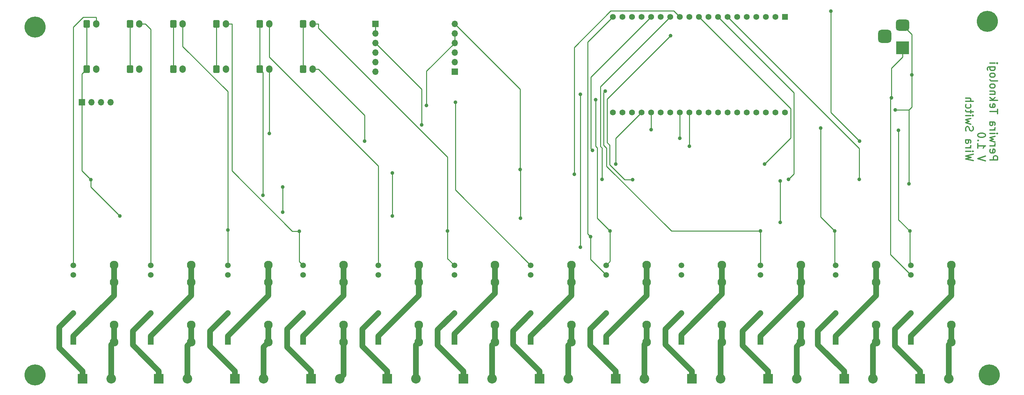
<source format=gbr>
%TF.GenerationSoftware,KiCad,Pcbnew,8.0.8-8.0.8-0~ubuntu24.04.1*%
%TF.CreationDate,2025-02-09T16:52:57+07:00*%
%TF.ProjectId,wemos32-12-channel-relays-ssr-rev-2,77656d6f-7333-4322-9d31-322d6368616e,1.0*%
%TF.SameCoordinates,Original*%
%TF.FileFunction,Copper,L2,Bot*%
%TF.FilePolarity,Positive*%
%FSLAX46Y46*%
G04 Gerber Fmt 4.6, Leading zero omitted, Abs format (unit mm)*
G04 Created by KiCad (PCBNEW 8.0.8-8.0.8-0~ubuntu24.04.1) date 2025-02-09 16:52:57*
%MOMM*%
%LPD*%
G01*
G04 APERTURE LIST*
G04 Aperture macros list*
%AMRoundRect*
0 Rectangle with rounded corners*
0 $1 Rounding radius*
0 $2 $3 $4 $5 $6 $7 $8 $9 X,Y pos of 4 corners*
0 Add a 4 corners polygon primitive as box body*
4,1,4,$2,$3,$4,$5,$6,$7,$8,$9,$2,$3,0*
0 Add four circle primitives for the rounded corners*
1,1,$1+$1,$2,$3*
1,1,$1+$1,$4,$5*
1,1,$1+$1,$6,$7*
1,1,$1+$1,$8,$9*
0 Add four rect primitives between the rounded corners*
20,1,$1+$1,$2,$3,$4,$5,0*
20,1,$1+$1,$4,$5,$6,$7,0*
20,1,$1+$1,$6,$7,$8,$9,0*
20,1,$1+$1,$8,$9,$2,$3,0*%
G04 Aperture macros list end*
%ADD10C,0.300000*%
%TA.AperFunction,NonConductor*%
%ADD11C,0.300000*%
%TD*%
%TA.AperFunction,ComponentPad*%
%ADD12RoundRect,0.250000X-0.600000X-0.750000X0.600000X-0.750000X0.600000X0.750000X-0.600000X0.750000X0*%
%TD*%
%TA.AperFunction,ComponentPad*%
%ADD13O,1.700000X2.000000*%
%TD*%
%TA.AperFunction,ComponentPad*%
%ADD14R,2.540000X2.540000*%
%TD*%
%TA.AperFunction,ComponentPad*%
%ADD15C,2.540000*%
%TD*%
%TA.AperFunction,ComponentPad*%
%ADD16R,1.700000X1.700000*%
%TD*%
%TA.AperFunction,ComponentPad*%
%ADD17O,1.700000X1.700000*%
%TD*%
%TA.AperFunction,ComponentPad*%
%ADD18C,5.600000*%
%TD*%
%TA.AperFunction,ComponentPad*%
%ADD19C,2.300000*%
%TD*%
%TA.AperFunction,ComponentPad*%
%ADD20R,1.508000X1.508000*%
%TD*%
%TA.AperFunction,ComponentPad*%
%ADD21C,1.508000*%
%TD*%
%TA.AperFunction,ComponentPad*%
%ADD22R,3.500000X3.500000*%
%TD*%
%TA.AperFunction,ComponentPad*%
%ADD23RoundRect,0.750000X-1.000000X0.750000X-1.000000X-0.750000X1.000000X-0.750000X1.000000X0.750000X0*%
%TD*%
%TA.AperFunction,ComponentPad*%
%ADD24RoundRect,0.875000X-0.875000X0.875000X-0.875000X-0.875000X0.875000X-0.875000X0.875000X0.875000X0*%
%TD*%
%TA.AperFunction,ComponentPad*%
%ADD25R,1.560000X1.560000*%
%TD*%
%TA.AperFunction,ComponentPad*%
%ADD26C,1.560000*%
%TD*%
%TA.AperFunction,ViaPad*%
%ADD27C,1.000000*%
%TD*%
%TA.AperFunction,Conductor*%
%ADD28C,0.254000*%
%TD*%
%TA.AperFunction,Conductor*%
%ADD29C,1.500000*%
%TD*%
G04 APERTURE END LIST*
D10*
D11*
X275700137Y-95826441D02*
X277700137Y-95826441D01*
X277700137Y-95826441D02*
X277700137Y-95064536D01*
X277700137Y-95064536D02*
X277604899Y-94874060D01*
X277604899Y-94874060D02*
X277509661Y-94778822D01*
X277509661Y-94778822D02*
X277319185Y-94683584D01*
X277319185Y-94683584D02*
X277033471Y-94683584D01*
X277033471Y-94683584D02*
X276842995Y-94778822D01*
X276842995Y-94778822D02*
X276747756Y-94874060D01*
X276747756Y-94874060D02*
X276652518Y-95064536D01*
X276652518Y-95064536D02*
X276652518Y-95826441D01*
X275795376Y-93064536D02*
X275700137Y-93255012D01*
X275700137Y-93255012D02*
X275700137Y-93635965D01*
X275700137Y-93635965D02*
X275795376Y-93826441D01*
X275795376Y-93826441D02*
X275985852Y-93921679D01*
X275985852Y-93921679D02*
X276747756Y-93921679D01*
X276747756Y-93921679D02*
X276938233Y-93826441D01*
X276938233Y-93826441D02*
X277033471Y-93635965D01*
X277033471Y-93635965D02*
X277033471Y-93255012D01*
X277033471Y-93255012D02*
X276938233Y-93064536D01*
X276938233Y-93064536D02*
X276747756Y-92969298D01*
X276747756Y-92969298D02*
X276557280Y-92969298D01*
X276557280Y-92969298D02*
X276366804Y-93921679D01*
X275700137Y-92112155D02*
X277033471Y-92112155D01*
X276652518Y-92112155D02*
X276842995Y-92016917D01*
X276842995Y-92016917D02*
X276938233Y-91921679D01*
X276938233Y-91921679D02*
X277033471Y-91731203D01*
X277033471Y-91731203D02*
X277033471Y-91540726D01*
X277033471Y-91064536D02*
X275700137Y-90683584D01*
X275700137Y-90683584D02*
X276652518Y-90302631D01*
X276652518Y-90302631D02*
X275700137Y-89921679D01*
X275700137Y-89921679D02*
X277033471Y-89540727D01*
X275700137Y-88778822D02*
X277033471Y-88778822D01*
X277700137Y-88778822D02*
X277604899Y-88874060D01*
X277604899Y-88874060D02*
X277509661Y-88778822D01*
X277509661Y-88778822D02*
X277604899Y-88683584D01*
X277604899Y-88683584D02*
X277700137Y-88778822D01*
X277700137Y-88778822D02*
X277509661Y-88778822D01*
X275700137Y-87826441D02*
X277033471Y-87826441D01*
X276652518Y-87826441D02*
X276842995Y-87731203D01*
X276842995Y-87731203D02*
X276938233Y-87635965D01*
X276938233Y-87635965D02*
X277033471Y-87445489D01*
X277033471Y-87445489D02*
X277033471Y-87255012D01*
X275700137Y-85731203D02*
X276747756Y-85731203D01*
X276747756Y-85731203D02*
X276938233Y-85826441D01*
X276938233Y-85826441D02*
X277033471Y-86016917D01*
X277033471Y-86016917D02*
X277033471Y-86397870D01*
X277033471Y-86397870D02*
X276938233Y-86588346D01*
X275795376Y-85731203D02*
X275700137Y-85921679D01*
X275700137Y-85921679D02*
X275700137Y-86397870D01*
X275700137Y-86397870D02*
X275795376Y-86588346D01*
X275795376Y-86588346D02*
X275985852Y-86683584D01*
X275985852Y-86683584D02*
X276176328Y-86683584D01*
X276176328Y-86683584D02*
X276366804Y-86588346D01*
X276366804Y-86588346D02*
X276462042Y-86397870D01*
X276462042Y-86397870D02*
X276462042Y-85921679D01*
X276462042Y-85921679D02*
X276557280Y-85731203D01*
X277700137Y-83540726D02*
X277700137Y-82397869D01*
X275700137Y-82969298D02*
X277700137Y-82969298D01*
X275795376Y-80969297D02*
X275700137Y-81159773D01*
X275700137Y-81159773D02*
X275700137Y-81540726D01*
X275700137Y-81540726D02*
X275795376Y-81731202D01*
X275795376Y-81731202D02*
X275985852Y-81826440D01*
X275985852Y-81826440D02*
X276747756Y-81826440D01*
X276747756Y-81826440D02*
X276938233Y-81731202D01*
X276938233Y-81731202D02*
X277033471Y-81540726D01*
X277033471Y-81540726D02*
X277033471Y-81159773D01*
X277033471Y-81159773D02*
X276938233Y-80969297D01*
X276938233Y-80969297D02*
X276747756Y-80874059D01*
X276747756Y-80874059D02*
X276557280Y-80874059D01*
X276557280Y-80874059D02*
X276366804Y-81826440D01*
X275700137Y-80016916D02*
X277700137Y-80016916D01*
X276462042Y-79826440D02*
X275700137Y-79255011D01*
X277033471Y-79255011D02*
X276271566Y-80016916D01*
X277033471Y-78397868D02*
X275700137Y-78397868D01*
X276842995Y-78397868D02*
X276938233Y-78302630D01*
X276938233Y-78302630D02*
X277033471Y-78112154D01*
X277033471Y-78112154D02*
X277033471Y-77826439D01*
X277033471Y-77826439D02*
X276938233Y-77635963D01*
X276938233Y-77635963D02*
X276747756Y-77540725D01*
X276747756Y-77540725D02*
X275700137Y-77540725D01*
X275700137Y-76302630D02*
X275795376Y-76493106D01*
X275795376Y-76493106D02*
X275890614Y-76588344D01*
X275890614Y-76588344D02*
X276081090Y-76683582D01*
X276081090Y-76683582D02*
X276652518Y-76683582D01*
X276652518Y-76683582D02*
X276842995Y-76588344D01*
X276842995Y-76588344D02*
X276938233Y-76493106D01*
X276938233Y-76493106D02*
X277033471Y-76302630D01*
X277033471Y-76302630D02*
X277033471Y-76016915D01*
X277033471Y-76016915D02*
X276938233Y-75826439D01*
X276938233Y-75826439D02*
X276842995Y-75731201D01*
X276842995Y-75731201D02*
X276652518Y-75635963D01*
X276652518Y-75635963D02*
X276081090Y-75635963D01*
X276081090Y-75635963D02*
X275890614Y-75731201D01*
X275890614Y-75731201D02*
X275795376Y-75826439D01*
X275795376Y-75826439D02*
X275700137Y-76016915D01*
X275700137Y-76016915D02*
X275700137Y-76302630D01*
X275700137Y-74493106D02*
X275795376Y-74683582D01*
X275795376Y-74683582D02*
X275985852Y-74778820D01*
X275985852Y-74778820D02*
X277700137Y-74778820D01*
X275700137Y-73445487D02*
X275795376Y-73635963D01*
X275795376Y-73635963D02*
X275890614Y-73731201D01*
X275890614Y-73731201D02*
X276081090Y-73826439D01*
X276081090Y-73826439D02*
X276652518Y-73826439D01*
X276652518Y-73826439D02*
X276842995Y-73731201D01*
X276842995Y-73731201D02*
X276938233Y-73635963D01*
X276938233Y-73635963D02*
X277033471Y-73445487D01*
X277033471Y-73445487D02*
X277033471Y-73159772D01*
X277033471Y-73159772D02*
X276938233Y-72969296D01*
X276938233Y-72969296D02*
X276842995Y-72874058D01*
X276842995Y-72874058D02*
X276652518Y-72778820D01*
X276652518Y-72778820D02*
X276081090Y-72778820D01*
X276081090Y-72778820D02*
X275890614Y-72874058D01*
X275890614Y-72874058D02*
X275795376Y-72969296D01*
X275795376Y-72969296D02*
X275700137Y-73159772D01*
X275700137Y-73159772D02*
X275700137Y-73445487D01*
X277033471Y-71064534D02*
X275414423Y-71064534D01*
X275414423Y-71064534D02*
X275223947Y-71159772D01*
X275223947Y-71159772D02*
X275128709Y-71255010D01*
X275128709Y-71255010D02*
X275033471Y-71445487D01*
X275033471Y-71445487D02*
X275033471Y-71731201D01*
X275033471Y-71731201D02*
X275128709Y-71921677D01*
X275795376Y-71064534D02*
X275700137Y-71255010D01*
X275700137Y-71255010D02*
X275700137Y-71635963D01*
X275700137Y-71635963D02*
X275795376Y-71826439D01*
X275795376Y-71826439D02*
X275890614Y-71921677D01*
X275890614Y-71921677D02*
X276081090Y-72016915D01*
X276081090Y-72016915D02*
X276652518Y-72016915D01*
X276652518Y-72016915D02*
X276842995Y-71921677D01*
X276842995Y-71921677D02*
X276938233Y-71826439D01*
X276938233Y-71826439D02*
X277033471Y-71635963D01*
X277033471Y-71635963D02*
X277033471Y-71255010D01*
X277033471Y-71255010D02*
X276938233Y-71064534D01*
X275700137Y-70112153D02*
X277033471Y-70112153D01*
X277700137Y-70112153D02*
X277604899Y-70207391D01*
X277604899Y-70207391D02*
X277509661Y-70112153D01*
X277509661Y-70112153D02*
X277604899Y-70016915D01*
X277604899Y-70016915D02*
X277700137Y-70112153D01*
X277700137Y-70112153D02*
X277509661Y-70112153D01*
X274480249Y-96112155D02*
X272480249Y-95445489D01*
X272480249Y-95445489D02*
X274480249Y-94778822D01*
X272480249Y-91540726D02*
X272480249Y-92683583D01*
X272480249Y-92112155D02*
X274480249Y-92112155D01*
X274480249Y-92112155D02*
X274194535Y-92302631D01*
X274194535Y-92302631D02*
X274004059Y-92493107D01*
X274004059Y-92493107D02*
X273908821Y-92683583D01*
X272670726Y-90683583D02*
X272575488Y-90588345D01*
X272575488Y-90588345D02*
X272480249Y-90683583D01*
X272480249Y-90683583D02*
X272575488Y-90778821D01*
X272575488Y-90778821D02*
X272670726Y-90683583D01*
X272670726Y-90683583D02*
X272480249Y-90683583D01*
X274480249Y-89350250D02*
X274480249Y-89159773D01*
X274480249Y-89159773D02*
X274385011Y-88969297D01*
X274385011Y-88969297D02*
X274289773Y-88874059D01*
X274289773Y-88874059D02*
X274099297Y-88778821D01*
X274099297Y-88778821D02*
X273718345Y-88683583D01*
X273718345Y-88683583D02*
X273242154Y-88683583D01*
X273242154Y-88683583D02*
X272861202Y-88778821D01*
X272861202Y-88778821D02*
X272670726Y-88874059D01*
X272670726Y-88874059D02*
X272575488Y-88969297D01*
X272575488Y-88969297D02*
X272480249Y-89159773D01*
X272480249Y-89159773D02*
X272480249Y-89350250D01*
X272480249Y-89350250D02*
X272575488Y-89540726D01*
X272575488Y-89540726D02*
X272670726Y-89635964D01*
X272670726Y-89635964D02*
X272861202Y-89731202D01*
X272861202Y-89731202D02*
X273242154Y-89826440D01*
X273242154Y-89826440D02*
X273718345Y-89826440D01*
X273718345Y-89826440D02*
X274099297Y-89731202D01*
X274099297Y-89731202D02*
X274289773Y-89635964D01*
X274289773Y-89635964D02*
X274385011Y-89540726D01*
X274385011Y-89540726D02*
X274480249Y-89350250D01*
X271260361Y-96016917D02*
X269260361Y-95540727D01*
X269260361Y-95540727D02*
X270688933Y-95159774D01*
X270688933Y-95159774D02*
X269260361Y-94778822D01*
X269260361Y-94778822D02*
X271260361Y-94302632D01*
X269260361Y-93540727D02*
X270593695Y-93540727D01*
X271260361Y-93540727D02*
X271165123Y-93635965D01*
X271165123Y-93635965D02*
X271069885Y-93540727D01*
X271069885Y-93540727D02*
X271165123Y-93445489D01*
X271165123Y-93445489D02*
X271260361Y-93540727D01*
X271260361Y-93540727D02*
X271069885Y-93540727D01*
X269260361Y-92588346D02*
X270593695Y-92588346D01*
X270212742Y-92588346D02*
X270403219Y-92493108D01*
X270403219Y-92493108D02*
X270498457Y-92397870D01*
X270498457Y-92397870D02*
X270593695Y-92207394D01*
X270593695Y-92207394D02*
X270593695Y-92016917D01*
X269260361Y-90493108D02*
X270307980Y-90493108D01*
X270307980Y-90493108D02*
X270498457Y-90588346D01*
X270498457Y-90588346D02*
X270593695Y-90778822D01*
X270593695Y-90778822D02*
X270593695Y-91159775D01*
X270593695Y-91159775D02*
X270498457Y-91350251D01*
X269355600Y-90493108D02*
X269260361Y-90683584D01*
X269260361Y-90683584D02*
X269260361Y-91159775D01*
X269260361Y-91159775D02*
X269355600Y-91350251D01*
X269355600Y-91350251D02*
X269546076Y-91445489D01*
X269546076Y-91445489D02*
X269736552Y-91445489D01*
X269736552Y-91445489D02*
X269927028Y-91350251D01*
X269927028Y-91350251D02*
X270022266Y-91159775D01*
X270022266Y-91159775D02*
X270022266Y-90683584D01*
X270022266Y-90683584D02*
X270117504Y-90493108D01*
X269355600Y-88112155D02*
X269260361Y-87826441D01*
X269260361Y-87826441D02*
X269260361Y-87350250D01*
X269260361Y-87350250D02*
X269355600Y-87159774D01*
X269355600Y-87159774D02*
X269450838Y-87064536D01*
X269450838Y-87064536D02*
X269641314Y-86969298D01*
X269641314Y-86969298D02*
X269831790Y-86969298D01*
X269831790Y-86969298D02*
X270022266Y-87064536D01*
X270022266Y-87064536D02*
X270117504Y-87159774D01*
X270117504Y-87159774D02*
X270212742Y-87350250D01*
X270212742Y-87350250D02*
X270307980Y-87731203D01*
X270307980Y-87731203D02*
X270403219Y-87921679D01*
X270403219Y-87921679D02*
X270498457Y-88016917D01*
X270498457Y-88016917D02*
X270688933Y-88112155D01*
X270688933Y-88112155D02*
X270879409Y-88112155D01*
X270879409Y-88112155D02*
X271069885Y-88016917D01*
X271069885Y-88016917D02*
X271165123Y-87921679D01*
X271165123Y-87921679D02*
X271260361Y-87731203D01*
X271260361Y-87731203D02*
X271260361Y-87255012D01*
X271260361Y-87255012D02*
X271165123Y-86969298D01*
X270593695Y-86302631D02*
X269260361Y-85921679D01*
X269260361Y-85921679D02*
X270212742Y-85540726D01*
X270212742Y-85540726D02*
X269260361Y-85159774D01*
X269260361Y-85159774D02*
X270593695Y-84778822D01*
X269260361Y-84016917D02*
X270593695Y-84016917D01*
X271260361Y-84016917D02*
X271165123Y-84112155D01*
X271165123Y-84112155D02*
X271069885Y-84016917D01*
X271069885Y-84016917D02*
X271165123Y-83921679D01*
X271165123Y-83921679D02*
X271260361Y-84016917D01*
X271260361Y-84016917D02*
X271069885Y-84016917D01*
X270593695Y-83350250D02*
X270593695Y-82588346D01*
X271260361Y-83064536D02*
X269546076Y-83064536D01*
X269546076Y-83064536D02*
X269355600Y-82969298D01*
X269355600Y-82969298D02*
X269260361Y-82778822D01*
X269260361Y-82778822D02*
X269260361Y-82588346D01*
X269355600Y-81064536D02*
X269260361Y-81255012D01*
X269260361Y-81255012D02*
X269260361Y-81635965D01*
X269260361Y-81635965D02*
X269355600Y-81826441D01*
X269355600Y-81826441D02*
X269450838Y-81921679D01*
X269450838Y-81921679D02*
X269641314Y-82016917D01*
X269641314Y-82016917D02*
X270212742Y-82016917D01*
X270212742Y-82016917D02*
X270403219Y-81921679D01*
X270403219Y-81921679D02*
X270498457Y-81826441D01*
X270498457Y-81826441D02*
X270593695Y-81635965D01*
X270593695Y-81635965D02*
X270593695Y-81255012D01*
X270593695Y-81255012D02*
X270498457Y-81064536D01*
X269260361Y-80207393D02*
X271260361Y-80207393D01*
X269260361Y-79350250D02*
X270307980Y-79350250D01*
X270307980Y-79350250D02*
X270498457Y-79445488D01*
X270498457Y-79445488D02*
X270593695Y-79635964D01*
X270593695Y-79635964D02*
X270593695Y-79921679D01*
X270593695Y-79921679D02*
X270498457Y-80112155D01*
X270498457Y-80112155D02*
X270403219Y-80207393D01*
D12*
%TO.P,J19,1,Pin_1*%
%TO.N,GND*%
X70250000Y-59700000D03*
D13*
%TO.P,J19,2,Pin_2*%
%TO.N,Net-(D9-K)*%
X72750000Y-59700000D03*
%TD*%
D14*
%TO.P,J3,1,Pin_1*%
%TO.N,Net-(J3-Pin_1)*%
X75144500Y-153950000D03*
D15*
%TO.P,J3,2,Pin_2*%
%TO.N,Net-(J3-Pin_2)*%
X82764500Y-153950000D03*
%TD*%
D16*
%TO.P,J14,1,Pin_1*%
%TO.N,/MISO*%
X133500000Y-72350000D03*
D17*
%TO.P,J14,2,Pin_2*%
%TO.N,unconnected-(J14-Pin_2-Pad2)*%
X133500000Y-69810000D03*
%TO.P,J14,3,Pin_3*%
%TO.N,unconnected-(J14-Pin_3-Pad3)*%
X133500000Y-67270000D03*
%TO.P,J14,4,Pin_4*%
%TO.N,+3.3V*%
X133500000Y-64730000D03*
%TO.P,J14,5,Pin_5*%
X133500000Y-62190000D03*
%TO.P,J14,6,Pin_6*%
%TO.N,GND*%
X133500000Y-59650000D03*
%TD*%
D12*
%TO.P,J26,1,Pin_1*%
%TO.N,GND*%
X81750000Y-71700000D03*
D13*
%TO.P,J26,2,Pin_2*%
%TO.N,Net-(D24-K)*%
X84250000Y-71700000D03*
%TD*%
D18*
%TO.P,H1,1*%
%TO.N,N/C*%
X275000000Y-59000000D03*
%TD*%
D12*
%TO.P,J20,1,Pin_1*%
%TO.N,GND*%
X81750000Y-59700000D03*
D13*
%TO.P,J20,2,Pin_2*%
%TO.N,Net-(D11-K)*%
X84250000Y-59700000D03*
%TD*%
D14*
%TO.P,J5,1,Pin_1*%
%TO.N,Net-(J5-Pin_1)*%
X115599100Y-153950000D03*
D15*
%TO.P,J5,2,Pin_2*%
%TO.N,Net-(J5-Pin_2)*%
X123219100Y-153950000D03*
%TD*%
D19*
%TO.P,F12,1*%
%TO.N,Net-(F12-Pad1)*%
X265465400Y-123750000D03*
X265465400Y-128350000D03*
%TO.P,F12,2*%
%TO.N,Net-(J12-Pin_2)*%
X265465400Y-139650000D03*
X265465400Y-144250000D03*
%TD*%
D20*
%TO.P,K1,1*%
%TO.N,Net-(F1-Pad1)*%
X32234100Y-144160000D03*
D21*
%TO.P,K1,2*%
%TO.N,Net-(J1-Pin_1)*%
X32234100Y-136540000D03*
%TO.P,K1,3*%
%TO.N,+5V*%
X32234100Y-126380000D03*
%TO.P,K1,4*%
%TO.N,Net-(D3-K)*%
X32234100Y-123840000D03*
%TD*%
D14*
%TO.P,J2,1,Pin_1*%
%TO.N,Net-(J2-Pin_1)*%
X54917300Y-153950000D03*
D15*
%TO.P,J2,2,Pin_2*%
%TO.N,Net-(J2-Pin_2)*%
X62537300Y-153950000D03*
%TD*%
D12*
%TO.P,J23,1,Pin_1*%
%TO.N,GND*%
X47250000Y-71700000D03*
D13*
%TO.P,J23,2,Pin_2*%
%TO.N,Net-(D20-K)*%
X49750000Y-71700000D03*
%TD*%
D12*
%TO.P,J24,1,Pin_1*%
%TO.N,GND*%
X58750000Y-71700000D03*
D13*
%TO.P,J24,2,Pin_2*%
%TO.N,Net-(D21-K)*%
X61250000Y-71700000D03*
%TD*%
D16*
%TO.P,J13,1,Pin_1*%
%TO.N,GND*%
X112500000Y-59650000D03*
D17*
%TO.P,J13,2,Pin_2*%
X112500000Y-62190000D03*
%TO.P,J13,3,Pin_3*%
%TO.N,/MOSI*%
X112500000Y-64730000D03*
%TO.P,J13,4,Pin_4*%
%TO.N,/SCLK*%
X112500000Y-67270000D03*
%TO.P,J13,5,Pin_5*%
%TO.N,/CS*%
X112500000Y-69810000D03*
%TO.P,J13,6,Pin_6*%
%TO.N,/INT*%
X112500000Y-72350000D03*
%TD*%
D18*
%TO.P,H4,1*%
%TO.N,N/C*%
X22000000Y-153000000D03*
%TD*%
D14*
%TO.P,J8,1,Pin_1*%
%TO.N,Net-(J8-Pin_1)*%
X176280900Y-153950000D03*
D15*
%TO.P,J8,2,Pin_2*%
%TO.N,Net-(J8-Pin_2)*%
X183900900Y-153950000D03*
%TD*%
D12*
%TO.P,J27,1,Pin_1*%
%TO.N,GND*%
X93250000Y-71700000D03*
D13*
%TO.P,J27,2,Pin_2*%
%TO.N,Net-(D25-K)*%
X95750000Y-71700000D03*
%TD*%
D14*
%TO.P,J12,1,Pin_1*%
%TO.N,Net-(J12-Pin_1)*%
X257190000Y-153950000D03*
D15*
%TO.P,J12,2,Pin_2*%
%TO.N,Net-(J12-Pin_2)*%
X264810000Y-153950000D03*
%TD*%
D14*
%TO.P,J4,1,Pin_1*%
%TO.N,Net-(J4-Pin_1)*%
X95371800Y-153950000D03*
D15*
%TO.P,J4,2,Pin_2*%
%TO.N,Net-(J4-Pin_2)*%
X102991800Y-153950000D03*
%TD*%
D20*
%TO.P,K4,1*%
%TO.N,Net-(F4-Pad1)*%
X93234100Y-144160000D03*
D21*
%TO.P,K4,2*%
%TO.N,Net-(J4-Pin_1)*%
X93234100Y-136540000D03*
%TO.P,K4,3*%
%TO.N,+5V*%
X93234100Y-126380000D03*
%TO.P,K4,4*%
%TO.N,Net-(D9-K)*%
X93234100Y-123840000D03*
%TD*%
D19*
%TO.P,F10,1*%
%TO.N,Net-(F10-Pad1)*%
X225500000Y-123750000D03*
X225500000Y-128350000D03*
%TO.P,F10,2*%
%TO.N,Net-(J10-Pin_2)*%
X225500000Y-139650000D03*
X225500000Y-144250000D03*
%TD*%
D14*
%TO.P,J7,1,Pin_1*%
%TO.N,Net-(J7-Pin_1)*%
X156053600Y-153950000D03*
D15*
%TO.P,J7,2,Pin_2*%
%TO.N,Net-(J7-Pin_2)*%
X163673600Y-153950000D03*
%TD*%
D12*
%TO.P,J17,1,Pin_1*%
%TO.N,GND*%
X47250000Y-59700000D03*
D13*
%TO.P,J17,2,Pin_2*%
%TO.N,Net-(D5-K)*%
X49750000Y-59700000D03*
%TD*%
D18*
%TO.P,H3,1*%
%TO.N,N/C*%
X22000000Y-60500000D03*
%TD*%
D20*
%TO.P,K8,1*%
%TO.N,Net-(F8-Pad1)*%
X173734200Y-144160000D03*
D21*
%TO.P,K8,2*%
%TO.N,Net-(J8-Pin_1)*%
X173734200Y-136540000D03*
%TO.P,K8,3*%
%TO.N,+5V*%
X173734200Y-126380000D03*
%TO.P,K8,4*%
%TO.N,Net-(D20-K)*%
X173734200Y-123840000D03*
%TD*%
D14*
%TO.P,J10,1,Pin_1*%
%TO.N,Net-(J10-Pin_1)*%
X216735400Y-153950000D03*
D15*
%TO.P,J10,2,Pin_2*%
%TO.N,Net-(J10-Pin_2)*%
X224355400Y-153950000D03*
%TD*%
D20*
%TO.P,K11,1*%
%TO.N,Net-(F11-Pad1)*%
X234734200Y-144160000D03*
D21*
%TO.P,K11,2*%
%TO.N,Net-(J11-Pin_1)*%
X234734200Y-136540000D03*
%TO.P,K11,3*%
%TO.N,+5V*%
X234734200Y-126380000D03*
%TO.P,K11,4*%
%TO.N,Net-(D24-K)*%
X234734200Y-123840000D03*
%TD*%
D20*
%TO.P,K7,1*%
%TO.N,Net-(F7-Pad1)*%
X153734100Y-144160000D03*
D21*
%TO.P,K7,2*%
%TO.N,Net-(J7-Pin_1)*%
X153734100Y-136540000D03*
%TO.P,K7,3*%
%TO.N,+5V*%
X153734100Y-126380000D03*
%TO.P,K7,4*%
%TO.N,Net-(D23-K)*%
X153734100Y-123840000D03*
%TD*%
D14*
%TO.P,J6,1,Pin_1*%
%TO.N,Net-(J6-Pin_1)*%
X135826400Y-153950000D03*
D15*
%TO.P,J6,2,Pin_2*%
%TO.N,Net-(J6-Pin_2)*%
X143446400Y-153950000D03*
%TD*%
D20*
%TO.P,K3,1*%
%TO.N,Net-(F3-Pad1)*%
X73234200Y-144160000D03*
D21*
%TO.P,K3,2*%
%TO.N,Net-(J3-Pin_1)*%
X73234200Y-136540000D03*
%TO.P,K3,3*%
%TO.N,+5V*%
X73234200Y-126380000D03*
%TO.P,K3,4*%
%TO.N,Net-(D7-K)*%
X73234200Y-123840000D03*
%TD*%
D19*
%TO.P,F7,1*%
%TO.N,Net-(F7-Pad1)*%
X164500000Y-123750000D03*
X164500000Y-128350000D03*
%TO.P,F7,2*%
%TO.N,Net-(J7-Pin_2)*%
X164500000Y-139650000D03*
X164500000Y-144250000D03*
%TD*%
D12*
%TO.P,J22,1,Pin_1*%
%TO.N,GND*%
X35750000Y-71700000D03*
D13*
%TO.P,J22,2,Pin_2*%
%TO.N,Net-(D23-K)*%
X38250000Y-71700000D03*
%TD*%
D20*
%TO.P,K12,1*%
%TO.N,Net-(F12-Pad1)*%
X254699500Y-144160000D03*
D21*
%TO.P,K12,2*%
%TO.N,Net-(J12-Pin_1)*%
X254699500Y-136540000D03*
%TO.P,K12,3*%
%TO.N,+5V*%
X254699500Y-126380000D03*
%TO.P,K12,4*%
%TO.N,Net-(D25-K)*%
X254699500Y-123840000D03*
%TD*%
D18*
%TO.P,H2,1*%
%TO.N,N/C*%
X275500000Y-153000000D03*
%TD*%
D20*
%TO.P,K5,1*%
%TO.N,Net-(F5-Pad1)*%
X113234200Y-144160000D03*
D21*
%TO.P,K5,2*%
%TO.N,Net-(J5-Pin_1)*%
X113234200Y-136540000D03*
%TO.P,K5,3*%
%TO.N,+5V*%
X113234200Y-126380000D03*
%TO.P,K5,4*%
%TO.N,Net-(D11-K)*%
X113234200Y-123840000D03*
%TD*%
D19*
%TO.P,F9,1*%
%TO.N,Net-(F9-Pad1)*%
X204500000Y-123750000D03*
X204500000Y-128350000D03*
%TO.P,F9,2*%
%TO.N,Net-(J9-Pin_2)*%
X204500000Y-139650000D03*
X204500000Y-144250000D03*
%TD*%
%TO.P,F2,1*%
%TO.N,Net-(F2-Pad1)*%
X63500000Y-123750000D03*
X63500000Y-128350000D03*
%TO.P,F2,2*%
%TO.N,Net-(J2-Pin_2)*%
X63500000Y-139650000D03*
X63500000Y-144250000D03*
%TD*%
D20*
%TO.P,K10,1*%
%TO.N,Net-(F10-Pad1)*%
X214734100Y-144160000D03*
D21*
%TO.P,K10,2*%
%TO.N,Net-(J10-Pin_1)*%
X214734100Y-136540000D03*
%TO.P,K10,3*%
%TO.N,+5V*%
X214734100Y-126380000D03*
%TO.P,K10,4*%
%TO.N,Net-(D22-K)*%
X214734100Y-123840000D03*
%TD*%
D16*
%TO.P,J28,1,Pin_1*%
%TO.N,GND*%
X34500000Y-80500000D03*
D17*
%TO.P,J28,2,Pin_2*%
%TO.N,+3.3V*%
X37040000Y-80500000D03*
%TO.P,J28,3,Pin_3*%
%TO.N,/SCL*%
X39580000Y-80500000D03*
%TO.P,J28,4,Pin_4*%
%TO.N,/SDA*%
X42120000Y-80500000D03*
%TD*%
D19*
%TO.P,F1,1*%
%TO.N,Net-(F1-Pad1)*%
X43000000Y-123750000D03*
X43000000Y-128350000D03*
%TO.P,F1,2*%
%TO.N,Net-(J1-Pin_2)*%
X43000000Y-139650000D03*
X43000000Y-144250000D03*
%TD*%
%TO.P,F3,1*%
%TO.N,Net-(F3-Pad1)*%
X84000000Y-123750000D03*
X84000000Y-128350000D03*
%TO.P,F3,2*%
%TO.N,Net-(J3-Pin_2)*%
X84000000Y-139650000D03*
X84000000Y-144250000D03*
%TD*%
D12*
%TO.P,J21,1,Pin_1*%
%TO.N,GND*%
X93250000Y-59700000D03*
D13*
%TO.P,J21,2,Pin_2*%
%TO.N,Net-(D13-K)*%
X95750000Y-59700000D03*
%TD*%
D12*
%TO.P,J16,1,Pin_1*%
%TO.N,GND*%
X35750000Y-59700000D03*
D13*
%TO.P,J16,2,Pin_2*%
%TO.N,Net-(D3-K)*%
X38250000Y-59700000D03*
%TD*%
D19*
%TO.P,F8,1*%
%TO.N,Net-(F8-Pad1)*%
X184500000Y-123750000D03*
X184500000Y-128350000D03*
%TO.P,F8,2*%
%TO.N,Net-(J8-Pin_2)*%
X184500000Y-139650000D03*
X184500000Y-144250000D03*
%TD*%
D14*
%TO.P,J11,1,Pin_1*%
%TO.N,Net-(J11-Pin_1)*%
X236962700Y-153950000D03*
D15*
%TO.P,J11,2,Pin_2*%
%TO.N,Net-(J11-Pin_2)*%
X244582700Y-153950000D03*
%TD*%
D12*
%TO.P,J18,1,Pin_1*%
%TO.N,GND*%
X58750000Y-59700000D03*
D13*
%TO.P,J18,2,Pin_2*%
%TO.N,Net-(D7-K)*%
X61250000Y-59700000D03*
%TD*%
D19*
%TO.P,F5,1*%
%TO.N,Net-(F5-Pad1)*%
X124000000Y-123750000D03*
X124000000Y-128350000D03*
%TO.P,F5,2*%
%TO.N,Net-(J5-Pin_2)*%
X124000000Y-139650000D03*
X124000000Y-144250000D03*
%TD*%
D14*
%TO.P,J1,1,Pin_1*%
%TO.N,Net-(J1-Pin_1)*%
X34690000Y-153950000D03*
D15*
%TO.P,J1,2,Pin_2*%
%TO.N,Net-(J1-Pin_2)*%
X42310000Y-153950000D03*
%TD*%
D14*
%TO.P,J9,1,Pin_1*%
%TO.N,Net-(J9-Pin_1)*%
X196508200Y-153950000D03*
D15*
%TO.P,J9,2,Pin_2*%
%TO.N,Net-(J9-Pin_2)*%
X204128200Y-153950000D03*
%TD*%
D22*
%TO.P,J15,1*%
%TO.N,+5V*%
X252457500Y-66000000D03*
D23*
%TO.P,J15,2*%
%TO.N,GND*%
X252457500Y-60000000D03*
D24*
%TO.P,J15,3*%
%TO.N,N/C*%
X247757500Y-63000000D03*
%TD*%
D20*
%TO.P,K2,1*%
%TO.N,Net-(F2-Pad1)*%
X52734100Y-144160000D03*
D21*
%TO.P,K2,2*%
%TO.N,Net-(J2-Pin_1)*%
X52734100Y-136540000D03*
%TO.P,K2,3*%
%TO.N,+5V*%
X52734100Y-126380000D03*
%TO.P,K2,4*%
%TO.N,Net-(D5-K)*%
X52734100Y-123840000D03*
%TD*%
D12*
%TO.P,J25,1,Pin_1*%
%TO.N,GND*%
X70250000Y-71700000D03*
D13*
%TO.P,J25,2,Pin_2*%
%TO.N,Net-(D22-K)*%
X72750000Y-71700000D03*
%TD*%
D20*
%TO.P,K6,1*%
%TO.N,Net-(F6-Pad1)*%
X133433700Y-144160000D03*
D21*
%TO.P,K6,2*%
%TO.N,Net-(J6-Pin_1)*%
X133433700Y-136540000D03*
%TO.P,K6,3*%
%TO.N,+5V*%
X133433700Y-126380000D03*
%TO.P,K6,4*%
%TO.N,Net-(D13-K)*%
X133433700Y-123840000D03*
%TD*%
D19*
%TO.P,F4,1*%
%TO.N,Net-(F4-Pad1)*%
X104000000Y-123750000D03*
X104000000Y-128350000D03*
%TO.P,F4,2*%
%TO.N,Net-(J4-Pin_2)*%
X104000000Y-139650000D03*
X104000000Y-144250000D03*
%TD*%
D20*
%TO.P,K9,1*%
%TO.N,Net-(F9-Pad1)*%
X193734100Y-144160000D03*
D21*
%TO.P,K9,2*%
%TO.N,Net-(J9-Pin_1)*%
X193734100Y-136540000D03*
%TO.P,K9,3*%
%TO.N,+5V*%
X193734100Y-126380000D03*
%TO.P,K9,4*%
%TO.N,Net-(D21-K)*%
X193734100Y-123840000D03*
%TD*%
D19*
%TO.P,F6,1*%
%TO.N,Net-(F6-Pad1)*%
X144199600Y-123750000D03*
X144199600Y-128350000D03*
%TO.P,F6,2*%
%TO.N,Net-(J6-Pin_2)*%
X144199600Y-139650000D03*
X144199600Y-144250000D03*
%TD*%
D25*
%TO.P,U8,J2-1,3V3*%
%TO.N,unconnected-(U8-3V3-PadJ2-1)*%
X221260000Y-57800000D03*
D26*
%TO.P,U8,J2-2,EN*%
%TO.N,unconnected-(U8-EN-PadJ2-2)*%
X218720000Y-57800000D03*
%TO.P,U8,J2-3,SENSOR_VP*%
%TO.N,unconnected-(U8-SENSOR_VP-PadJ2-3)*%
X216180000Y-57800000D03*
%TO.P,U8,J2-4,SENSOR_VN*%
%TO.N,unconnected-(U8-SENSOR_VN-PadJ2-4)*%
X213640000Y-57800000D03*
%TO.P,U8,J2-5,IO34*%
%TO.N,unconnected-(U8-IO34-PadJ2-5)*%
X211100000Y-57800000D03*
%TO.P,U8,J2-6,IO35*%
%TO.N,unconnected-(U8-IO35-PadJ2-6)*%
X208560000Y-57800000D03*
%TO.P,U8,J2-7,IO32*%
%TO.N,/IO_32*%
X206020000Y-57800000D03*
%TO.P,U8,J2-8,IO33*%
%TO.N,/IO_33*%
X203480000Y-57800000D03*
%TO.P,U8,J2-9,IO25*%
%TO.N,/IO_25*%
X200940000Y-57800000D03*
%TO.P,U8,J2-10,IO26*%
%TO.N,/IO_26*%
X198400000Y-57800000D03*
%TO.P,U8,J2-11,IO27*%
%TO.N,/IO_27*%
X195860000Y-57800000D03*
%TO.P,U8,J2-12,IO14*%
%TO.N,/IO_14*%
X193320000Y-57800000D03*
%TO.P,U8,J2-13,IO12*%
%TO.N,/IO_12*%
X190780000Y-57800000D03*
%TO.P,U8,J2-14,GND1*%
%TO.N,unconnected-(U8-GND1-PadJ2-14)*%
X188240000Y-57800000D03*
%TO.P,U8,J2-15,IO13*%
%TO.N,/IO_13*%
X185700000Y-57800000D03*
%TO.P,U8,J2-16,SD2*%
%TO.N,unconnected-(U8-SD2-PadJ2-16)*%
X183160000Y-57800000D03*
%TO.P,U8,J2-17,SD3*%
%TO.N,unconnected-(U8-SD3-PadJ2-17)*%
X180620000Y-57800000D03*
%TO.P,U8,J2-18,CMD*%
%TO.N,unconnected-(U8-CMD-PadJ2-18)*%
X178080000Y-57800000D03*
%TO.P,U8,J2-19,EXT_5V*%
%TO.N,+5V*%
X175540000Y-57800000D03*
%TO.P,U8,J3-1,GND3*%
%TO.N,GND*%
X221260000Y-83200000D03*
%TO.P,U8,J3-2,IO23*%
%TO.N,/MOSI*%
X218720000Y-83200000D03*
%TO.P,U8,J3-3,IO22*%
%TO.N,/SCL*%
X216180000Y-83200000D03*
%TO.P,U8,J3-4,TXD0*%
%TO.N,unconnected-(U8-TXD0-PadJ3-4)*%
X213640000Y-83200000D03*
%TO.P,U8,J3-5,RXD0*%
%TO.N,unconnected-(U8-RXD0-PadJ3-5)*%
X211100000Y-83200000D03*
%TO.P,U8,J3-6,IO21*%
%TO.N,/SDA*%
X208560000Y-83200000D03*
%TO.P,U8,J3-7,GND2*%
%TO.N,unconnected-(U8-GND2-PadJ3-7)*%
X206020000Y-83200000D03*
%TO.P,U8,J3-8,IO19*%
%TO.N,/MISO*%
X203480000Y-83200000D03*
%TO.P,U8,J3-9,IO18*%
%TO.N,/SCLK*%
X200940000Y-83200000D03*
%TO.P,U8,J3-10,IO5*%
%TO.N,/CS*%
X198400000Y-83200000D03*
%TO.P,U8,J3-11,IO17*%
%TO.N,/IO_17*%
X195860000Y-83200000D03*
%TO.P,U8,J3-12,IO16*%
%TO.N,/IO_16*%
X193320000Y-83200000D03*
%TO.P,U8,J3-13,IO4*%
%TO.N,/INT*%
X190780000Y-83200000D03*
%TO.P,U8,J3-14,IO0*%
%TO.N,unconnected-(U8-IO0-PadJ3-14)*%
X188240000Y-83200000D03*
%TO.P,U8,J3-15,IO2*%
%TO.N,/IO_2*%
X185700000Y-83200000D03*
%TO.P,U8,J3-16,IO15*%
%TO.N,/IO_15*%
X183160000Y-83200000D03*
%TO.P,U8,J3-17,SD1*%
%TO.N,unconnected-(U8-SD1-PadJ3-17)*%
X180620000Y-83200000D03*
%TO.P,U8,J3-18,SD0*%
%TO.N,unconnected-(U8-SD0-PadJ3-18)*%
X178080000Y-83200000D03*
%TO.P,U8,J3-19,CLK*%
%TO.N,unconnected-(U8-CLK-PadJ3-19)*%
X175540000Y-83200000D03*
%TD*%
D19*
%TO.P,F11,1*%
%TO.N,Net-(F11-Pad1)*%
X245500000Y-123750000D03*
X245500000Y-128350000D03*
%TO.P,F11,2*%
%TO.N,Net-(J11-Pin_2)*%
X245500000Y-139650000D03*
X245500000Y-144250000D03*
%TD*%
D27*
%TO.N,+5V*%
X249527200Y-79348100D03*
X169625600Y-116234600D03*
%TO.N,GND*%
X250513600Y-82527300D03*
X82567800Y-105228200D03*
X254168800Y-102184000D03*
X36817400Y-101053400D03*
X44579100Y-110742700D03*
X150871400Y-98398900D03*
X150993000Y-111290300D03*
X254936200Y-73221300D03*
%TO.N,+3.3V*%
X126012200Y-81374100D03*
%TO.N,/IO_17*%
X195860000Y-92137100D03*
%TO.N,Net-(Q3-B)*%
X87860100Y-103000000D03*
X87860100Y-109712500D03*
%TO.N,Net-(Q5-B)*%
X116950000Y-99275300D03*
X116950000Y-110693400D03*
%TO.N,/IO_25*%
X180788800Y-101087200D03*
X190874600Y-62791800D03*
%TO.N,/IO_26*%
X215800600Y-96916100D03*
%TO.N,/IO_16*%
X193320000Y-90024700D03*
%TO.N,Net-(Q10-B)*%
X219988400Y-101405300D03*
X219988400Y-112450600D03*
%TO.N,/MOSI*%
X124751000Y-86470500D03*
%TO.N,/IO_2*%
X185700000Y-87734500D03*
%TO.N,/IO_13*%
X170100600Y-93288200D03*
%TO.N,/IO_32*%
X240973900Y-101000000D03*
%TO.N,/IO_12*%
X172622900Y-101000000D03*
%TO.N,/IO_33*%
X222183500Y-101000000D03*
%TO.N,/IO_15*%
X176284300Y-96916100D03*
%TO.N,/IO_14*%
X165295300Y-99639700D03*
%TO.N,/IO_27*%
X241085000Y-90856800D03*
X233419400Y-56262900D03*
%TO.N,Net-(D7-K)*%
X73234200Y-114437500D03*
%TO.N,Net-(D9-K)*%
X92182100Y-114759500D03*
%TO.N,Net-(D13-K)*%
X131622900Y-114731600D03*
%TO.N,Net-(D20-K)*%
X174812900Y-114731600D03*
X170928000Y-79818900D03*
%TO.N,Net-(D21-K)*%
X166931800Y-78379100D03*
X166931800Y-118980700D03*
%TO.N,Net-(D22-K)*%
X214753700Y-114731600D03*
X173482400Y-77536200D03*
%TO.N,Net-(D23-K)*%
X133707300Y-80463600D03*
%TO.N,Net-(D24-K)*%
X230722400Y-87367100D03*
X234474100Y-114731600D03*
X84250000Y-88796000D03*
%TO.N,Net-(D25-K)*%
X251420900Y-87922500D03*
X254444500Y-114731600D03*
X109558300Y-90809900D03*
%TD*%
D28*
%TO.N,+5V*%
X169625600Y-116234600D02*
X169625600Y-122271400D01*
X169625600Y-122271400D02*
X173734200Y-126380000D01*
X252457500Y-68478700D02*
X249527200Y-71409000D01*
X249284900Y-120965400D02*
X254699500Y-126380000D01*
X168843600Y-64496400D02*
X168843600Y-115452600D01*
X249284900Y-79590400D02*
X249284900Y-120965400D01*
X168843600Y-115452600D02*
X169625600Y-116234600D01*
X175540000Y-57800000D02*
X168843600Y-64496400D01*
X249527200Y-79348100D02*
X249284900Y-79590400D01*
X252457500Y-66000000D02*
X252457500Y-68478700D01*
X249527200Y-71409000D02*
X249527200Y-79348100D01*
%TO.N,GND*%
X58750000Y-59700000D02*
X58750000Y-71700000D01*
X34500000Y-80500000D02*
X34500000Y-98736000D01*
X35750000Y-71700000D02*
X34500000Y-72950000D01*
X254936200Y-73221300D02*
X254936200Y-81759900D01*
X34500000Y-98736000D02*
X36817400Y-101053400D01*
X82567800Y-72517800D02*
X82567800Y-105228200D01*
X35750000Y-59700000D02*
X35750000Y-71700000D01*
X254936200Y-81759900D02*
X254168800Y-82527300D01*
X81750000Y-59700000D02*
X81750000Y-71700000D01*
X252457500Y-60000000D02*
X254936200Y-62478700D01*
X150871400Y-77021400D02*
X133500000Y-59650000D01*
X93250000Y-59700000D02*
X93250000Y-71700000D01*
X150993000Y-111290300D02*
X150993000Y-98520500D01*
X112500000Y-62190000D02*
X112500000Y-59650000D01*
X81750000Y-71700000D02*
X82567800Y-72517800D01*
X254168800Y-82527300D02*
X254168800Y-102184000D01*
X150993000Y-98520500D02*
X150871400Y-98398900D01*
X36817400Y-101053400D02*
X36817400Y-102981000D01*
X70250000Y-71700000D02*
X70250000Y-59700000D01*
X36817400Y-102981000D02*
X44579100Y-110742700D01*
X47250000Y-59700000D02*
X47250000Y-71700000D01*
X254936200Y-62478700D02*
X254936200Y-73221300D01*
X150871400Y-98398900D02*
X150871400Y-77021400D01*
X34500000Y-72950000D02*
X34500000Y-80500000D01*
X254168800Y-82527300D02*
X250513600Y-82527300D01*
%TO.N,+3.3V*%
X133500000Y-62190000D02*
X133500000Y-64730000D01*
X126012200Y-72217800D02*
X126012200Y-81374100D01*
X133500000Y-64730000D02*
X126012200Y-72217800D01*
%TO.N,/IO_17*%
X195860000Y-83200000D02*
X195860000Y-92137100D01*
%TO.N,Net-(Q3-B)*%
X87860100Y-109712500D02*
X87860100Y-103000000D01*
%TO.N,Net-(Q5-B)*%
X116950000Y-110693400D02*
X116950000Y-99275300D01*
%TO.N,/IO_25*%
X174028300Y-79638100D02*
X174028300Y-91194000D01*
X174028300Y-91194000D02*
X174724000Y-91889700D01*
X174724000Y-91889700D02*
X174724000Y-97125700D01*
X178685500Y-101087200D02*
X180788800Y-101087200D01*
X174724000Y-97125700D02*
X178685500Y-101087200D01*
X190874600Y-62791800D02*
X174028300Y-79638100D01*
%TO.N,/IO_26*%
X198400000Y-57800000D02*
X222781800Y-82181800D01*
X222781800Y-89934900D02*
X215800600Y-96916100D01*
X222781800Y-82181800D02*
X222781800Y-89934900D01*
%TO.N,/IO_16*%
X193320000Y-83200000D02*
X193320000Y-90024700D01*
%TO.N,Net-(Q10-B)*%
X219988400Y-112450600D02*
X219988400Y-101405300D01*
D29*
%TO.N,Net-(J2-Pin_1)*%
X48000000Y-141274100D02*
X52734100Y-136540000D01*
X54917300Y-153950000D02*
X54917300Y-151951300D01*
X54917300Y-151951300D02*
X48000000Y-145034000D01*
X48000000Y-145034000D02*
X48000000Y-141274100D01*
%TO.N,Net-(J2-Pin_2)*%
X63500000Y-144250000D02*
X63500000Y-139650000D01*
X62537300Y-145212700D02*
X62537300Y-153950000D01*
X63500000Y-144250000D02*
X62537300Y-145212700D01*
%TO.N,Net-(J1-Pin_1)*%
X28500000Y-145761300D02*
X28500000Y-140274100D01*
X28500000Y-140274100D02*
X32234100Y-136540000D01*
X34690000Y-153950000D02*
X34690000Y-151951300D01*
X34690000Y-151951300D02*
X28500000Y-145761300D01*
%TO.N,Net-(J1-Pin_2)*%
X43000000Y-144250000D02*
X43000000Y-139650000D01*
X43000000Y-144250000D02*
X42310000Y-144940000D01*
X42310000Y-144940000D02*
X42310000Y-153950000D01*
%TO.N,Net-(J3-Pin_2)*%
X82764500Y-145485500D02*
X82764500Y-153950000D01*
X84000000Y-144250000D02*
X84000000Y-139650000D01*
X84000000Y-144250000D02*
X82764500Y-145485500D01*
%TO.N,Net-(J3-Pin_1)*%
X68500000Y-145306800D02*
X68500000Y-141274200D01*
X75144500Y-153950000D02*
X75144500Y-151951300D01*
X68500000Y-141274200D02*
X73234200Y-136540000D01*
X75144500Y-151951300D02*
X68500000Y-145306800D01*
%TO.N,Net-(J4-Pin_1)*%
X95371800Y-153950000D02*
X95371800Y-151951300D01*
X89000000Y-140774100D02*
X93234100Y-136540000D01*
X95371800Y-151951300D02*
X89000000Y-145579500D01*
X89000000Y-145579500D02*
X89000000Y-140774100D01*
%TO.N,Net-(J4-Pin_2)*%
X104000000Y-152941800D02*
X102991800Y-153950000D01*
X104000000Y-139650000D02*
X104000000Y-144250000D01*
X104000000Y-144250000D02*
X104000000Y-152941800D01*
%TO.N,Net-(J5-Pin_2)*%
X123219100Y-145030900D02*
X123219100Y-153950000D01*
X124000000Y-144250000D02*
X124000000Y-139650000D01*
X124000000Y-144250000D02*
X123219100Y-145030900D01*
%TO.N,Net-(J5-Pin_1)*%
X115599100Y-153950000D02*
X115599100Y-151951300D01*
X109000000Y-140774200D02*
X113234200Y-136540000D01*
X115599100Y-151951300D02*
X109000000Y-145352200D01*
X109000000Y-145352200D02*
X109000000Y-140774200D01*
%TO.N,Net-(J6-Pin_2)*%
X144199600Y-144250000D02*
X144199600Y-139650000D01*
X144199600Y-144250000D02*
X143446400Y-145003200D01*
X143446400Y-145003200D02*
X143446400Y-153950000D01*
%TO.N,Net-(J6-Pin_1)*%
X135826400Y-151951300D02*
X129000000Y-145124900D01*
X129000000Y-145124900D02*
X129000000Y-140973700D01*
X129000000Y-140973700D02*
X133433700Y-136540000D01*
X135826400Y-153950000D02*
X135826400Y-151951300D01*
%TO.N,Net-(J7-Pin_1)*%
X149000000Y-141274100D02*
X153734100Y-136540000D01*
X156053600Y-151951300D02*
X149000000Y-144897700D01*
X156053600Y-153950000D02*
X156053600Y-151951300D01*
X149000000Y-144897700D02*
X149000000Y-141274100D01*
%TO.N,Net-(J7-Pin_2)*%
X164500000Y-144250000D02*
X163673600Y-145076400D01*
X163673600Y-145076400D02*
X163673600Y-153950000D01*
X164500000Y-144250000D02*
X164500000Y-139650000D01*
%TO.N,Net-(J8-Pin_2)*%
X184500000Y-144250000D02*
X184500000Y-139650000D01*
X183900900Y-144849100D02*
X183900900Y-153950000D01*
X184500000Y-144250000D02*
X183900900Y-144849100D01*
%TO.N,Net-(J8-Pin_1)*%
X169500000Y-140774200D02*
X173734200Y-136540000D01*
X169500000Y-145170400D02*
X169500000Y-140774200D01*
X176280900Y-151951300D02*
X169500000Y-145170400D01*
X176280900Y-153950000D02*
X176280900Y-151951300D01*
%TO.N,Net-(J9-Pin_1)*%
X189500000Y-140774100D02*
X193734100Y-136540000D01*
X196508200Y-153950000D02*
X196508200Y-151951300D01*
X189500000Y-144943100D02*
X189500000Y-140774100D01*
X196508200Y-151951300D02*
X189500000Y-144943100D01*
%TO.N,Net-(J9-Pin_2)*%
X204128200Y-144621800D02*
X204128200Y-153950000D01*
X204500000Y-144250000D02*
X204500000Y-139650000D01*
X204500000Y-144250000D02*
X204128200Y-144621800D01*
%TO.N,Net-(J10-Pin_2)*%
X225500000Y-144250000D02*
X224355400Y-145394600D01*
X224355400Y-145394600D02*
X224355400Y-153950000D01*
X225500000Y-144250000D02*
X225500000Y-139650000D01*
%TO.N,Net-(J10-Pin_1)*%
X210000000Y-145215900D02*
X210000000Y-141274100D01*
X216735400Y-151951300D02*
X210000000Y-145215900D01*
X216735400Y-153950000D02*
X216735400Y-151951300D01*
X210000000Y-141274100D02*
X214734100Y-136540000D01*
%TO.N,Net-(J11-Pin_1)*%
X230000000Y-141274200D02*
X234734200Y-136540000D01*
X236962700Y-153950000D02*
X236962700Y-151951300D01*
X230000000Y-144988600D02*
X230000000Y-141274200D01*
X236962700Y-151951300D02*
X230000000Y-144988600D01*
%TO.N,Net-(J11-Pin_2)*%
X244582700Y-145167300D02*
X244582700Y-153950000D01*
X245500000Y-144250000D02*
X244582700Y-145167300D01*
X245500000Y-144250000D02*
X245500000Y-139650000D01*
%TO.N,Net-(J12-Pin_2)*%
X265465400Y-144250000D02*
X264810000Y-144905400D01*
X265465400Y-144250000D02*
X265465400Y-139650000D01*
X264810000Y-144905400D02*
X264810000Y-153950000D01*
%TO.N,Net-(J12-Pin_1)*%
X257190000Y-153950000D02*
X257190000Y-151951300D01*
X250500000Y-145261300D02*
X250500000Y-140739500D01*
X250500000Y-140739500D02*
X254699500Y-136540000D01*
X257190000Y-151951300D02*
X250500000Y-145261300D01*
%TO.N,Net-(F1-Pad1)*%
X43000000Y-128350000D02*
X43000000Y-123750000D01*
X43000000Y-131911400D02*
X43000000Y-128350000D01*
X32234100Y-142677300D02*
X43000000Y-131911400D01*
X32234100Y-144160000D02*
X32234100Y-142677300D01*
%TO.N,Net-(F2-Pad1)*%
X63500000Y-131911400D02*
X63500000Y-128350000D01*
X52734100Y-144160000D02*
X52734100Y-142677300D01*
X63500000Y-128350000D02*
X63500000Y-123750000D01*
X52734100Y-142677300D02*
X63500000Y-131911400D01*
%TO.N,Net-(F3-Pad1)*%
X84000000Y-128350000D02*
X84000000Y-123750000D01*
X73234200Y-144160000D02*
X73234200Y-142677300D01*
X73234200Y-142677300D02*
X84000000Y-131911500D01*
X84000000Y-131911500D02*
X84000000Y-128350000D01*
%TO.N,Net-(F4-Pad1)*%
X104000000Y-131911400D02*
X104000000Y-128350000D01*
X93234100Y-142677300D02*
X104000000Y-131911400D01*
X93234100Y-144160000D02*
X93234100Y-142677300D01*
X104000000Y-128350000D02*
X104000000Y-123750000D01*
%TO.N,Net-(F5-Pad1)*%
X113234200Y-144160000D02*
X113234200Y-142677300D01*
X113234200Y-142677300D02*
X124000000Y-131911500D01*
X124000000Y-128350000D02*
X124000000Y-123750000D01*
X124000000Y-131911500D02*
X124000000Y-128350000D01*
%TO.N,Net-(F6-Pad1)*%
X133433700Y-142066300D02*
X144199600Y-131300400D01*
X144199600Y-131300400D02*
X144199600Y-128350000D01*
X144199600Y-128350000D02*
X144199600Y-123750000D01*
X133433700Y-144160000D02*
X133433700Y-142066300D01*
%TO.N,Net-(F7-Pad1)*%
X153734100Y-142677300D02*
X164500000Y-131911400D01*
X164500000Y-131911400D02*
X164500000Y-128350000D01*
X153734100Y-144160000D02*
X153734100Y-142677300D01*
X164500000Y-128350000D02*
X164500000Y-123750000D01*
%TO.N,Net-(F8-Pad1)*%
X173734200Y-144160000D02*
X173734200Y-142677300D01*
X184500000Y-131911500D02*
X184500000Y-128350000D01*
X173734200Y-142677300D02*
X184500000Y-131911500D01*
X184500000Y-128350000D02*
X184500000Y-123750000D01*
%TO.N,Net-(F9-Pad1)*%
X193734100Y-144160000D02*
X193734100Y-142265900D01*
X193734100Y-142265900D02*
X204500000Y-131500000D01*
X204500000Y-131500000D02*
X204500000Y-128350000D01*
X204500000Y-128350000D02*
X204500000Y-123750000D01*
%TO.N,Net-(F10-Pad1)*%
X225500000Y-131911400D02*
X225500000Y-128350000D01*
X225500000Y-128350000D02*
X225500000Y-123750000D01*
X214734100Y-142677300D02*
X225500000Y-131911400D01*
X214734100Y-144160000D02*
X214734100Y-142677300D01*
%TO.N,Net-(F11-Pad1)*%
X245500000Y-128350000D02*
X245500000Y-123750000D01*
X245500000Y-131911500D02*
X245500000Y-128350000D01*
X234734200Y-142677300D02*
X245500000Y-131911500D01*
X234734200Y-144160000D02*
X234734200Y-142677300D01*
%TO.N,Net-(F12-Pad1)*%
X254699500Y-142677300D02*
X265465400Y-131911400D01*
X254699500Y-144160000D02*
X254699500Y-142677300D01*
X265465400Y-131911400D02*
X265465400Y-128350000D01*
X265465400Y-128350000D02*
X265465400Y-123750000D01*
D28*
%TO.N,/MOSI*%
X112500000Y-64730000D02*
X124751000Y-76981000D01*
X124751000Y-76981000D02*
X124751000Y-86470500D01*
%TO.N,/IO_2*%
X185700000Y-83200000D02*
X185700000Y-87734500D01*
%TO.N,/IO_13*%
X169699300Y-73800700D02*
X169699300Y-92886900D01*
X185700000Y-57800000D02*
X169699300Y-73800700D01*
X169699300Y-92886900D02*
X170100600Y-93288200D01*
%TO.N,/IO_32*%
X240973900Y-92753900D02*
X240973900Y-101000000D01*
X206020000Y-57800000D02*
X240973900Y-92753900D01*
%TO.N,/IO_12*%
X172215100Y-92228200D02*
X172622900Y-92636000D01*
X172622900Y-92636000D02*
X172622900Y-101000000D01*
X190780000Y-57800000D02*
X172215100Y-76364900D01*
X172215100Y-76364900D02*
X172215100Y-92228200D01*
%TO.N,/IO_33*%
X223652000Y-77972000D02*
X203480000Y-57800000D01*
X223652000Y-99531500D02*
X223652000Y-77972000D01*
X222183500Y-101000000D02*
X223652000Y-99531500D01*
%TO.N,/IO_15*%
X183160000Y-83200000D02*
X176284300Y-90075700D01*
X176284300Y-90075700D02*
X176284300Y-96916100D01*
%TO.N,/IO_14*%
X174969500Y-56214300D02*
X165295300Y-65888500D01*
X193320000Y-57800000D02*
X191734300Y-56214300D01*
X165295300Y-65888500D02*
X165295300Y-99639700D01*
X191734300Y-56214300D02*
X174969500Y-56214300D01*
%TO.N,/IO_27*%
X241085000Y-90856800D02*
X233419400Y-83191200D01*
X233419400Y-83191200D02*
X233419400Y-56262900D01*
%TO.N,Net-(D3-K)*%
X38193400Y-57914700D02*
X38250000Y-57971300D01*
X38250000Y-59700000D02*
X38250000Y-57971300D01*
X32234100Y-123840000D02*
X32234100Y-60475800D01*
X34795200Y-57914700D02*
X38193400Y-57914700D01*
X32234100Y-60475800D02*
X34795200Y-57914700D01*
%TO.N,Net-(D5-K)*%
X52734100Y-123840000D02*
X52734100Y-61105400D01*
X52734100Y-61105400D02*
X51328700Y-59700000D01*
X49750000Y-59700000D02*
X51328700Y-59700000D01*
%TO.N,Net-(D7-K)*%
X73234200Y-123840000D02*
X73234200Y-114437500D01*
X73234200Y-114437500D02*
X73234200Y-77633300D01*
X73234200Y-77633300D02*
X61250000Y-65649100D01*
X61250000Y-65649100D02*
X61250000Y-59700000D01*
%TO.N,Net-(D9-K)*%
X72750000Y-59700000D02*
X74328700Y-59700000D01*
X92182100Y-122788000D02*
X92182100Y-114759500D01*
X74328700Y-59700000D02*
X74328700Y-98726700D01*
X90361500Y-114759500D02*
X92182100Y-114759500D01*
X93234100Y-123840000D02*
X92182100Y-122788000D01*
X74328700Y-98726700D02*
X90361500Y-114759500D01*
%TO.N,Net-(D11-K)*%
X84250000Y-68449200D02*
X113234200Y-97433400D01*
X84250000Y-59700000D02*
X84250000Y-68449200D01*
X113234200Y-97433400D02*
X113234200Y-123840000D01*
%TO.N,Net-(D13-K)*%
X97328700Y-59700000D02*
X97328700Y-60785800D01*
X97328700Y-60785800D02*
X131622900Y-95080000D01*
X95750000Y-59700000D02*
X97328700Y-59700000D01*
X133433700Y-123840000D02*
X131622900Y-122029200D01*
X131622900Y-122029200D02*
X131622900Y-114731600D01*
X131622900Y-95080000D02*
X131622900Y-114731600D01*
%TO.N,Net-(D20-K)*%
X174812900Y-122761300D02*
X174812900Y-114731600D01*
X171386700Y-92609900D02*
X170928000Y-92151200D01*
X171386700Y-111305400D02*
X171386700Y-92609900D01*
X173734200Y-123840000D02*
X174812900Y-122761300D01*
X174812900Y-114731600D02*
X171386700Y-111305400D01*
X170928000Y-92151200D02*
X170928000Y-79818900D01*
%TO.N,Net-(D21-K)*%
X166931800Y-78379100D02*
X166931800Y-118980700D01*
%TO.N,Net-(D22-K)*%
X173868200Y-97480000D02*
X173868200Y-92671200D01*
X191119800Y-114731600D02*
X173868200Y-97480000D01*
X173119500Y-91922500D02*
X173119500Y-77899100D01*
X214734100Y-123840000D02*
X214753700Y-123820400D01*
X173119500Y-77899100D02*
X173482400Y-77536200D01*
X214753700Y-123820400D02*
X214753700Y-114731600D01*
X173868200Y-92671200D02*
X173119500Y-91922500D01*
X214753700Y-114731600D02*
X191119800Y-114731600D01*
%TO.N,Net-(D23-K)*%
X153734100Y-123840000D02*
X133707300Y-103813200D01*
X133707300Y-103813200D02*
X133707300Y-80463600D01*
%TO.N,Net-(D24-K)*%
X234474100Y-123579900D02*
X234474100Y-114731600D01*
X234474100Y-114731600D02*
X230722400Y-110979900D01*
X230722400Y-110979900D02*
X230722400Y-87367100D01*
X234734200Y-123840000D02*
X234474100Y-123579900D01*
X84250000Y-71700000D02*
X84250000Y-88796000D01*
%TO.N,Net-(D25-K)*%
X109558300Y-83929600D02*
X97328700Y-71700000D01*
X251420900Y-111708000D02*
X251420900Y-87922500D01*
X254444500Y-123585000D02*
X254444500Y-114731600D01*
X254699500Y-123840000D02*
X254444500Y-123585000D01*
X95750000Y-71700000D02*
X97328700Y-71700000D01*
X254444500Y-114731600D02*
X251420900Y-111708000D01*
X109558300Y-90809900D02*
X109558300Y-83929600D01*
%TD*%
M02*

</source>
